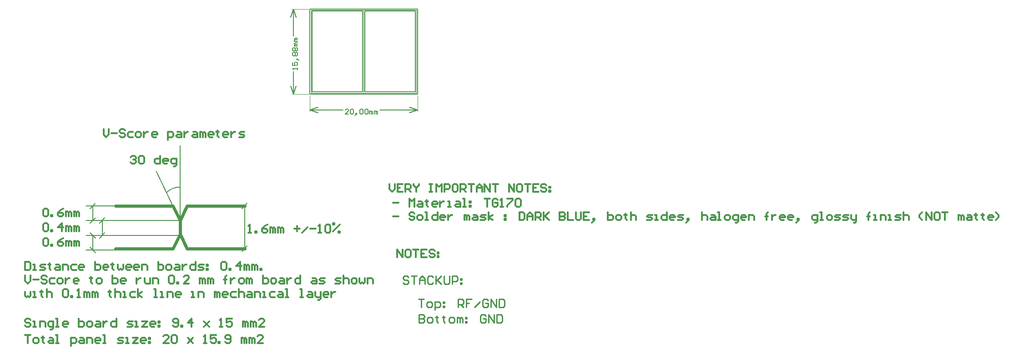
<source format=gm1>
G04 Layer_Color=16711935*
%FSLAX44Y44*%
%MOMM*%
G71*
G01*
G75*
%ADD15C,0.2540*%
%ADD16C,0.2000*%
%ADD18C,0.1500*%
%ADD19C,0.6000*%
%ADD20C,0.1000*%
%ADD21C,0.3000*%
%ADD22C,0.1524*%
D15*
X199000Y-414765D02*
Y-430000D01*
X206618D01*
X209157Y-427461D01*
Y-424922D01*
X206618Y-422383D01*
X199000D01*
X206618D01*
X209157Y-419843D01*
Y-417304D01*
X206618Y-414765D01*
X199000D01*
X216774Y-430000D02*
X221853D01*
X224392Y-427461D01*
Y-422383D01*
X221853Y-419843D01*
X216774D01*
X214235Y-422383D01*
Y-427461D01*
X216774Y-430000D01*
X232009Y-417304D02*
Y-419843D01*
X229470D01*
X234548D01*
X232009D01*
Y-427461D01*
X234548Y-430000D01*
X244705Y-417304D02*
Y-419843D01*
X242166D01*
X247244D01*
X244705D01*
Y-427461D01*
X247244Y-430000D01*
X257401D02*
X262479D01*
X265019Y-427461D01*
Y-422383D01*
X262479Y-419843D01*
X257401D01*
X254862Y-422383D01*
Y-427461D01*
X257401Y-430000D01*
X270097D02*
Y-419843D01*
X272636D01*
X275175Y-422383D01*
Y-430000D01*
Y-422383D01*
X277715Y-419843D01*
X280254Y-422383D01*
Y-430000D01*
X285332Y-419843D02*
X287871D01*
Y-422383D01*
X285332D01*
Y-419843D01*
Y-427461D02*
X287871D01*
Y-430000D01*
X285332D01*
Y-427461D01*
X323420Y-417304D02*
X320881Y-414765D01*
X315802D01*
X313263Y-417304D01*
Y-427461D01*
X315802Y-430000D01*
X320881D01*
X323420Y-427461D01*
Y-422383D01*
X318341D01*
X328498Y-430000D02*
Y-414765D01*
X338655Y-430000D01*
Y-414765D01*
X343733D02*
Y-430000D01*
X351351D01*
X353890Y-427461D01*
Y-417304D01*
X351351Y-414765D01*
X343733D01*
X198250Y-386015D02*
X208407D01*
X203328D01*
Y-401250D01*
X216024D02*
X221103D01*
X223642Y-398711D01*
Y-393633D01*
X221103Y-391093D01*
X216024D01*
X213485Y-393633D01*
Y-398711D01*
X216024Y-401250D01*
X228720Y-406328D02*
Y-391093D01*
X236338D01*
X238877Y-393633D01*
Y-398711D01*
X236338Y-401250D01*
X228720D01*
X243955Y-391093D02*
X246494D01*
Y-393633D01*
X243955D01*
Y-391093D01*
Y-398711D02*
X246494D01*
Y-401250D01*
X243955D01*
Y-398711D01*
X271886Y-401250D02*
Y-386015D01*
X279504D01*
X282043Y-388554D01*
Y-393633D01*
X279504Y-396172D01*
X271886D01*
X276964D02*
X282043Y-401250D01*
X297278Y-386015D02*
X287121D01*
Y-393633D01*
X292199D01*
X287121D01*
Y-401250D01*
X302356D02*
X312513Y-391093D01*
X327748Y-388554D02*
X325209Y-386015D01*
X320131D01*
X317591Y-388554D01*
Y-398711D01*
X320131Y-401250D01*
X325209D01*
X327748Y-398711D01*
Y-393633D01*
X322670D01*
X332826Y-401250D02*
Y-386015D01*
X342983Y-401250D01*
Y-386015D01*
X348061D02*
Y-401250D01*
X355679D01*
X358218Y-398711D01*
Y-388554D01*
X355679Y-386015D01*
X348061D01*
X179157Y-344804D02*
X176618Y-342265D01*
X171539D01*
X169000Y-344804D01*
Y-347343D01*
X171539Y-349883D01*
X176618D01*
X179157Y-352422D01*
Y-354961D01*
X176618Y-357500D01*
X171539D01*
X169000Y-354961D01*
X184235Y-342265D02*
X194392D01*
X189313D01*
Y-357500D01*
X199470D02*
Y-347343D01*
X204548Y-342265D01*
X209627Y-347343D01*
Y-357500D01*
Y-349883D01*
X199470D01*
X224862Y-344804D02*
X222323Y-342265D01*
X217244D01*
X214705Y-344804D01*
Y-354961D01*
X217244Y-357500D01*
X222323D01*
X224862Y-354961D01*
X229940Y-342265D02*
Y-357500D01*
Y-352422D01*
X240097Y-342265D01*
X232479Y-349883D01*
X240097Y-357500D01*
X245175Y-342265D02*
Y-354961D01*
X247715Y-357500D01*
X252793D01*
X255332Y-354961D01*
Y-342265D01*
X260410Y-357500D02*
Y-342265D01*
X268028D01*
X270567Y-344804D01*
Y-349883D01*
X268028Y-352422D01*
X260410D01*
X275646Y-347343D02*
X278185D01*
Y-349883D01*
X275646D01*
Y-347343D01*
Y-354961D02*
X278185D01*
Y-357500D01*
X275646D01*
Y-354961D01*
D16*
X-246000Y-177000D02*
G03*
X-270782Y-187265I0J-35046D01*
G01*
X-245750Y-239500D02*
Y-99500D01*
X-125750Y-292000D02*
Y-212000D01*
X-130750Y-217000D02*
X-120750Y-207000D01*
X-130750Y-297000D02*
X-120750Y-287000D01*
X-390750Y-267000D02*
Y-239500D01*
X-395750Y-244500D02*
X-385750Y-234500D01*
X-395750Y-272000D02*
X-385750Y-262000D01*
X-420750Y-267000D02*
X-245750D01*
X-420750Y-294500D02*
X-365750D01*
X-408250Y-294500D02*
Y-267000D01*
X-413250Y-289500D02*
X-403250Y-299500D01*
X-413250Y-262000D02*
X-403250Y-272000D01*
X-413250Y-244500D02*
X-403250Y-234500D01*
X-413250Y-217000D02*
X-403250Y-207000D01*
X-408250Y-239500D02*
Y-212000D01*
X-420750Y-212000D02*
X-365750D01*
X-420750Y-239500D02*
X-245750D01*
X-290137Y-146606D02*
X-258986Y-212500D01*
X125990Y-33500D02*
X196000D01*
X-4000D02*
X57882D01*
X180760Y-28420D02*
X196000Y-33500D01*
X180760Y-38580D02*
X196000Y-33500D01*
X-4000D02*
X11240Y-38580D01*
X-4000Y-33500D02*
X11240Y-28420D01*
X-34750Y-4000D02*
Y38006D01*
Y104615D02*
Y154750D01*
Y-4000D02*
X-29670Y11240D01*
X-39830D02*
X-34750Y-4000D01*
X-39830Y139510D02*
X-34750Y154750D01*
X-29670Y139510D01*
D18*
X98000Y150750D02*
X192000D01*
Y0D02*
Y150750D01*
X196000Y-4000D02*
Y154750D01*
X-4000Y-4000D02*
Y154750D01*
X196000D01*
X-4000Y-4000D02*
X196000D01*
X98000Y0D02*
X192000D01*
X98000D02*
Y150750D01*
X94000Y0D02*
Y150750D01*
X0D02*
X94000D01*
X0Y0D02*
Y150750D01*
Y0D02*
X94000D01*
D19*
X-232750Y-212000D02*
X-125750D01*
X-245750Y-267000D02*
Y-239500D01*
X-232750Y-292000D02*
X-125750D01*
X-365750D02*
X-258750D01*
X-245750Y-267000D02*
Y-239500D01*
X-365750Y-212000D02*
X-258750D01*
Y-212000D02*
X-245750Y-239500D01*
X-232750Y-212000D01*
X-245750Y-264500D02*
X-232750Y-292000D01*
X-258750D02*
X-245750Y-264500D01*
D20*
X196000Y-36040D02*
Y-6750D01*
X-4000Y-36040D02*
Y-6750D01*
X-37290Y-4000D02*
X-6750D01*
X-37290Y154750D02*
X-6750D01*
X-2000Y-2000D02*
X194000D01*
X-2000D02*
Y152750D01*
X194000Y-2000D02*
Y152750D01*
X96000Y-2000D02*
Y152750D01*
X-2000Y152750D02*
X194000D01*
D21*
X-534000Y-316692D02*
Y-331687D01*
X-526502D01*
X-524003Y-329188D01*
Y-319191D01*
X-526502Y-316692D01*
X-534000D01*
X-519005Y-331687D02*
X-514007D01*
X-516506D01*
Y-321690D01*
X-519005D01*
X-506509Y-331687D02*
X-499011D01*
X-496512Y-329188D01*
X-499011Y-326689D01*
X-504010D01*
X-506509Y-324189D01*
X-504010Y-321690D01*
X-496512D01*
X-489015Y-319191D02*
Y-321690D01*
X-491514D01*
X-486515D01*
X-489015D01*
Y-329188D01*
X-486515Y-331687D01*
X-476519Y-321690D02*
X-471520D01*
X-469021Y-324189D01*
Y-331687D01*
X-476519D01*
X-479018Y-329188D01*
X-476519Y-326689D01*
X-469021D01*
X-464023Y-331687D02*
Y-321690D01*
X-456525D01*
X-454026Y-324189D01*
Y-331687D01*
X-439031Y-321690D02*
X-446528D01*
X-449027Y-324189D01*
Y-329188D01*
X-446528Y-331687D01*
X-439031D01*
X-426535D02*
X-431533D01*
X-434032Y-329188D01*
Y-324189D01*
X-431533Y-321690D01*
X-426535D01*
X-424036Y-324189D01*
Y-326689D01*
X-434032D01*
X-404042Y-316692D02*
Y-331687D01*
X-396544D01*
X-394045Y-329188D01*
Y-326689D01*
Y-324189D01*
X-396544Y-321690D01*
X-404042D01*
X-381549Y-331687D02*
X-386548D01*
X-389047Y-329188D01*
Y-324189D01*
X-386548Y-321690D01*
X-381549D01*
X-379050Y-324189D01*
Y-326689D01*
X-389047D01*
X-371553Y-319191D02*
Y-321690D01*
X-374052D01*
X-369053D01*
X-371553D01*
Y-329188D01*
X-369053Y-331687D01*
X-361556Y-321690D02*
Y-329188D01*
X-359057Y-331687D01*
X-356557Y-329188D01*
X-354058Y-331687D01*
X-351559Y-329188D01*
Y-321690D01*
X-339063Y-331687D02*
X-344062D01*
X-346561Y-329188D01*
Y-324189D01*
X-344062Y-321690D01*
X-339063D01*
X-336564Y-324189D01*
Y-326689D01*
X-346561D01*
X-324068Y-331687D02*
X-329066D01*
X-331566Y-329188D01*
Y-324189D01*
X-329066Y-321690D01*
X-324068D01*
X-321569Y-324189D01*
Y-326689D01*
X-331566D01*
X-316570Y-331687D02*
Y-321690D01*
X-309073D01*
X-306574Y-324189D01*
Y-331687D01*
X-286580Y-316692D02*
Y-331687D01*
X-279083D01*
X-276583Y-329188D01*
Y-326689D01*
Y-324189D01*
X-279083Y-321690D01*
X-286580D01*
X-269086Y-331687D02*
X-264087D01*
X-261588Y-329188D01*
Y-324189D01*
X-264087Y-321690D01*
X-269086D01*
X-271585Y-324189D01*
Y-329188D01*
X-269086Y-331687D01*
X-254091Y-321690D02*
X-249092D01*
X-246593Y-324189D01*
Y-331687D01*
X-254091D01*
X-256590Y-329188D01*
X-254091Y-326689D01*
X-246593D01*
X-241595Y-321690D02*
Y-331687D01*
Y-326689D01*
X-239095Y-324189D01*
X-236596Y-321690D01*
X-234097D01*
X-216603Y-316692D02*
Y-331687D01*
X-224100D01*
X-226600Y-329188D01*
Y-324189D01*
X-224100Y-321690D01*
X-216603D01*
X-211604Y-331687D02*
X-204107D01*
X-201608Y-329188D01*
X-204107Y-326689D01*
X-209105D01*
X-211604Y-324189D01*
X-209105Y-321690D01*
X-201608D01*
X-196609D02*
X-194110D01*
Y-324189D01*
X-196609D01*
Y-321690D01*
Y-329188D02*
X-194110D01*
Y-331687D01*
X-196609D01*
Y-329188D01*
X-169118Y-319191D02*
X-166619Y-316692D01*
X-161621D01*
X-159121Y-319191D01*
Y-329188D01*
X-161621Y-331687D01*
X-166619D01*
X-169118Y-329188D01*
Y-319191D01*
X-154123Y-331687D02*
Y-329188D01*
X-151624D01*
Y-331687D01*
X-154123D01*
X-134129D02*
Y-316692D01*
X-141627Y-324189D01*
X-131630D01*
X-126632Y-331687D02*
Y-321690D01*
X-124133D01*
X-121634Y-324189D01*
Y-331687D01*
Y-324189D01*
X-119134Y-321690D01*
X-116635Y-324189D01*
Y-331687D01*
X-111637D02*
Y-321690D01*
X-109138D01*
X-106638Y-324189D01*
Y-331687D01*
Y-324189D01*
X-104139Y-321690D01*
X-101640Y-324189D01*
Y-331687D01*
X-96642D02*
Y-329188D01*
X-94142D01*
Y-331687D01*
X-96642D01*
X-534000Y-341886D02*
Y-351883D01*
X-529002Y-356881D01*
X-524003Y-351883D01*
Y-341886D01*
X-519005Y-349384D02*
X-509008D01*
X-494013Y-344385D02*
X-496512Y-341886D01*
X-501511D01*
X-504010Y-344385D01*
Y-346884D01*
X-501511Y-349384D01*
X-496512D01*
X-494013Y-351883D01*
Y-354382D01*
X-496512Y-356881D01*
X-501511D01*
X-504010Y-354382D01*
X-479018Y-346884D02*
X-486515D01*
X-489015Y-349384D01*
Y-354382D01*
X-486515Y-356881D01*
X-479018D01*
X-471520D02*
X-466522D01*
X-464023Y-354382D01*
Y-349384D01*
X-466522Y-346884D01*
X-471520D01*
X-474019Y-349384D01*
Y-354382D01*
X-471520Y-356881D01*
X-459024Y-346884D02*
Y-356881D01*
Y-351883D01*
X-456525Y-349384D01*
X-454026Y-346884D01*
X-451527D01*
X-436532Y-356881D02*
X-441530D01*
X-444029Y-354382D01*
Y-349384D01*
X-441530Y-346884D01*
X-436532D01*
X-434032Y-349384D01*
Y-351883D01*
X-444029D01*
X-411540Y-344385D02*
Y-346884D01*
X-414039D01*
X-409040D01*
X-411540D01*
Y-354382D01*
X-409040Y-356881D01*
X-399044D02*
X-394045D01*
X-391546Y-354382D01*
Y-349384D01*
X-394045Y-346884D01*
X-399044D01*
X-401543Y-349384D01*
Y-354382D01*
X-399044Y-356881D01*
X-371553Y-341886D02*
Y-356881D01*
X-364055D01*
X-361556Y-354382D01*
Y-351883D01*
Y-349384D01*
X-364055Y-346884D01*
X-371553D01*
X-349060Y-356881D02*
X-354058D01*
X-356558Y-354382D01*
Y-349384D01*
X-354058Y-346884D01*
X-349060D01*
X-346561Y-349384D01*
Y-351883D01*
X-356558D01*
X-326567Y-346884D02*
Y-356881D01*
Y-351883D01*
X-324068Y-349384D01*
X-321569Y-346884D01*
X-319070D01*
X-311572D02*
Y-354382D01*
X-309073Y-356881D01*
X-301575D01*
Y-346884D01*
X-296577Y-356881D02*
Y-346884D01*
X-289079D01*
X-286580Y-349384D01*
Y-356881D01*
X-266587Y-344385D02*
X-264087Y-341886D01*
X-259089D01*
X-256590Y-344385D01*
Y-354382D01*
X-259089Y-356881D01*
X-264087D01*
X-266587Y-354382D01*
Y-344385D01*
X-251591Y-356881D02*
Y-354382D01*
X-249092D01*
Y-356881D01*
X-251591D01*
X-229099D02*
X-239095D01*
X-229099Y-346884D01*
Y-344385D01*
X-231598Y-341886D01*
X-236596D01*
X-239095Y-344385D01*
X-209105Y-356881D02*
Y-346884D01*
X-206606D01*
X-204107Y-349384D01*
Y-356881D01*
Y-349384D01*
X-201608Y-346884D01*
X-199108Y-349384D01*
Y-356881D01*
X-194110D02*
Y-346884D01*
X-191611D01*
X-189112Y-349384D01*
Y-356881D01*
Y-349384D01*
X-186612Y-346884D01*
X-184113Y-349384D01*
Y-356881D01*
X-161621D02*
Y-344385D01*
Y-349384D01*
X-164120D01*
X-159121D01*
X-161621D01*
Y-344385D01*
X-159121Y-341886D01*
X-151624Y-346884D02*
Y-356881D01*
Y-351883D01*
X-149125Y-349384D01*
X-146625Y-346884D01*
X-144126D01*
X-134129Y-356881D02*
X-129131D01*
X-126632Y-354382D01*
Y-349384D01*
X-129131Y-346884D01*
X-134129D01*
X-136629Y-349384D01*
Y-354382D01*
X-134129Y-356881D01*
X-121634D02*
Y-346884D01*
X-119134D01*
X-116635Y-349384D01*
Y-356881D01*
Y-349384D01*
X-114136Y-346884D01*
X-111637Y-349384D01*
Y-356881D01*
X-91643Y-341886D02*
Y-356881D01*
X-84146D01*
X-81646Y-354382D01*
Y-351883D01*
Y-349384D01*
X-84146Y-346884D01*
X-91643D01*
X-74149Y-356881D02*
X-69151D01*
X-66651Y-354382D01*
Y-349384D01*
X-69151Y-346884D01*
X-74149D01*
X-76648Y-349384D01*
Y-354382D01*
X-74149Y-356881D01*
X-59154Y-346884D02*
X-54155D01*
X-51656Y-349384D01*
Y-356881D01*
X-59154D01*
X-61653Y-354382D01*
X-59154Y-351883D01*
X-51656D01*
X-46658Y-346884D02*
Y-356881D01*
Y-351883D01*
X-44159Y-349384D01*
X-41659Y-346884D01*
X-39160D01*
X-21666Y-341886D02*
Y-356881D01*
X-29163D01*
X-31663Y-354382D01*
Y-349384D01*
X-29163Y-346884D01*
X-21666D01*
X827D02*
X5825D01*
X8324Y-349384D01*
Y-356881D01*
X827D01*
X-1672Y-354382D01*
X827Y-351883D01*
X8324D01*
X13323Y-356881D02*
X20820D01*
X23319Y-354382D01*
X20820Y-351883D01*
X15822D01*
X13323Y-349384D01*
X15822Y-346884D01*
X23319D01*
X43313Y-356881D02*
X50811D01*
X53310Y-354382D01*
X50811Y-351883D01*
X45812D01*
X43313Y-349384D01*
X45812Y-346884D01*
X53310D01*
X58308Y-341886D02*
Y-356881D01*
Y-349384D01*
X60807Y-346884D01*
X65806D01*
X68305Y-349384D01*
Y-356881D01*
X75802D02*
X80801D01*
X83300Y-354382D01*
Y-349384D01*
X80801Y-346884D01*
X75802D01*
X73303Y-349384D01*
Y-354382D01*
X75802Y-356881D01*
X88299Y-346884D02*
Y-354382D01*
X90798Y-356881D01*
X93297Y-354382D01*
X95796Y-356881D01*
X98295Y-354382D01*
Y-346884D01*
X103294Y-356881D02*
Y-346884D01*
X110791D01*
X113290Y-349384D01*
Y-356881D01*
X-534000Y-372079D02*
Y-379576D01*
X-531501Y-382075D01*
X-529002Y-379576D01*
X-526502Y-382075D01*
X-524003Y-379576D01*
Y-372079D01*
X-519005Y-382075D02*
X-514007D01*
X-516506D01*
Y-372079D01*
X-519005D01*
X-504010Y-369579D02*
Y-372079D01*
X-506509D01*
X-501511D01*
X-504010D01*
Y-379576D01*
X-501511Y-382075D01*
X-494013Y-367080D02*
Y-382075D01*
Y-374578D01*
X-491514Y-372079D01*
X-486515D01*
X-484016Y-374578D01*
Y-382075D01*
X-464023Y-369579D02*
X-461524Y-367080D01*
X-456525D01*
X-454026Y-369579D01*
Y-379576D01*
X-456525Y-382075D01*
X-461524D01*
X-464023Y-379576D01*
Y-369579D01*
X-449027Y-382075D02*
Y-379576D01*
X-446528D01*
Y-382075D01*
X-449027D01*
X-436531D02*
X-431533D01*
X-434032D01*
Y-367080D01*
X-436531Y-369579D01*
X-424036Y-382075D02*
Y-372079D01*
X-421536D01*
X-419037Y-374578D01*
Y-382075D01*
Y-374578D01*
X-416538Y-372079D01*
X-414039Y-374578D01*
Y-382075D01*
X-409040D02*
Y-372079D01*
X-406541D01*
X-404042Y-374578D01*
Y-382075D01*
Y-374578D01*
X-401543Y-372079D01*
X-399044Y-374578D01*
Y-382075D01*
X-376551Y-369579D02*
Y-372079D01*
X-379050D01*
X-374052D01*
X-376551D01*
Y-379576D01*
X-374052Y-382075D01*
X-366554Y-367080D02*
Y-382075D01*
Y-374578D01*
X-364055Y-372079D01*
X-359057D01*
X-356557Y-374578D01*
Y-382075D01*
X-351559D02*
X-346561D01*
X-349060D01*
Y-372079D01*
X-351559D01*
X-329066D02*
X-336564D01*
X-339063Y-374578D01*
Y-379576D01*
X-336564Y-382075D01*
X-329066D01*
X-324068D02*
Y-367080D01*
Y-377077D02*
X-316570Y-372079D01*
X-324068Y-377077D02*
X-316570Y-382075D01*
X-294078D02*
X-289079D01*
X-291579D01*
Y-367080D01*
X-294078D01*
X-281582Y-382075D02*
X-276583D01*
X-279083D01*
Y-372079D01*
X-281582D01*
X-269086Y-382075D02*
Y-372079D01*
X-261588D01*
X-259089Y-374578D01*
Y-382075D01*
X-246593D02*
X-251591D01*
X-254091Y-379576D01*
Y-374578D01*
X-251591Y-372079D01*
X-246593D01*
X-244094Y-374578D01*
Y-377077D01*
X-254091D01*
X-224100Y-382075D02*
X-219102D01*
X-221601D01*
Y-372079D01*
X-224100D01*
X-211604Y-382075D02*
Y-372079D01*
X-204107D01*
X-201608Y-374578D01*
Y-382075D01*
X-181614D02*
Y-372079D01*
X-179115D01*
X-176616Y-374578D01*
Y-382075D01*
Y-374578D01*
X-174116Y-372079D01*
X-171617Y-374578D01*
Y-382075D01*
X-159121D02*
X-164120D01*
X-166619Y-379576D01*
Y-374578D01*
X-164120Y-372079D01*
X-159121D01*
X-156622Y-374578D01*
Y-377077D01*
X-166619D01*
X-141627Y-372079D02*
X-149125D01*
X-151624Y-374578D01*
Y-379576D01*
X-149125Y-382075D01*
X-141627D01*
X-136629Y-367080D02*
Y-382075D01*
Y-374578D01*
X-134129Y-372079D01*
X-129131D01*
X-126632Y-374578D01*
Y-382075D01*
X-119134Y-372079D02*
X-114136D01*
X-111637Y-374578D01*
Y-382075D01*
X-119134D01*
X-121634Y-379576D01*
X-119134Y-377077D01*
X-111637D01*
X-106638Y-382075D02*
Y-372079D01*
X-99141D01*
X-96642Y-374578D01*
Y-382075D01*
X-91643D02*
X-86645D01*
X-89144D01*
Y-372079D01*
X-91643D01*
X-69151D02*
X-76648D01*
X-79147Y-374578D01*
Y-379576D01*
X-76648Y-382075D01*
X-69151D01*
X-61653Y-372079D02*
X-56655D01*
X-54155Y-374578D01*
Y-382075D01*
X-61653D01*
X-64152Y-379576D01*
X-61653Y-377077D01*
X-54155D01*
X-49157Y-382075D02*
X-44159D01*
X-46658D01*
Y-367080D01*
X-49157D01*
X-21666Y-382075D02*
X-16667D01*
X-19167D01*
Y-367080D01*
X-21666D01*
X-6671Y-372079D02*
X-1672D01*
X827Y-374578D01*
Y-382075D01*
X-6671D01*
X-9170Y-379576D01*
X-6671Y-377077D01*
X827D01*
X5825Y-372079D02*
Y-379576D01*
X8324Y-382075D01*
X15822D01*
Y-384575D01*
X13323Y-387074D01*
X10824D01*
X15822Y-382075D02*
Y-372079D01*
X28318Y-382075D02*
X23320D01*
X20820Y-379576D01*
Y-374578D01*
X23320Y-372079D01*
X28318D01*
X30817Y-374578D01*
Y-377077D01*
X20820D01*
X35816Y-372079D02*
Y-382075D01*
Y-377077D01*
X38315Y-374578D01*
X40814Y-372079D01*
X43313D01*
X-524003Y-424966D02*
X-526502Y-422467D01*
X-531501D01*
X-534000Y-424966D01*
Y-427465D01*
X-531501Y-429964D01*
X-526502D01*
X-524003Y-432464D01*
Y-434963D01*
X-526502Y-437462D01*
X-531501D01*
X-534000Y-434963D01*
X-519005Y-437462D02*
X-514007D01*
X-516506D01*
Y-427465D01*
X-519005D01*
X-506509Y-437462D02*
Y-427465D01*
X-499011D01*
X-496512Y-429964D01*
Y-437462D01*
X-486515Y-442460D02*
X-484016D01*
X-481517Y-439961D01*
Y-427465D01*
X-489015D01*
X-491514Y-429964D01*
Y-434963D01*
X-489015Y-437462D01*
X-481517D01*
X-476519D02*
X-471520D01*
X-474019D01*
Y-422467D01*
X-476519D01*
X-456525Y-437462D02*
X-461524D01*
X-464023Y-434963D01*
Y-429964D01*
X-461524Y-427465D01*
X-456525D01*
X-454026Y-429964D01*
Y-432464D01*
X-464023D01*
X-434032Y-422467D02*
Y-437462D01*
X-426535D01*
X-424036Y-434963D01*
Y-432464D01*
Y-429964D01*
X-426535Y-427465D01*
X-434032D01*
X-416538Y-437462D02*
X-411540D01*
X-409040Y-434963D01*
Y-429964D01*
X-411540Y-427465D01*
X-416538D01*
X-419037Y-429964D01*
Y-434963D01*
X-416538Y-437462D01*
X-401543Y-427465D02*
X-396544D01*
X-394045Y-429964D01*
Y-437462D01*
X-401543D01*
X-404042Y-434963D01*
X-401543Y-432464D01*
X-394045D01*
X-389047Y-427465D02*
Y-437462D01*
Y-432464D01*
X-386548Y-429964D01*
X-384049Y-427465D01*
X-381549D01*
X-364055Y-422467D02*
Y-437462D01*
X-371553D01*
X-374052Y-434963D01*
Y-429964D01*
X-371553Y-427465D01*
X-364055D01*
X-344062Y-437462D02*
X-336564D01*
X-334065Y-434963D01*
X-336564Y-432464D01*
X-341562D01*
X-344062Y-429964D01*
X-341562Y-427465D01*
X-334065D01*
X-329066Y-437462D02*
X-324068D01*
X-326567D01*
Y-427465D01*
X-329066D01*
X-316570D02*
X-306574D01*
X-316570Y-437462D01*
X-306574D01*
X-294078D02*
X-299076D01*
X-301575Y-434963D01*
Y-429964D01*
X-299076Y-427465D01*
X-294078D01*
X-291579Y-429964D01*
Y-432464D01*
X-301575D01*
X-286580Y-427465D02*
X-284081D01*
Y-429964D01*
X-286580D01*
Y-427465D01*
Y-434963D02*
X-284081D01*
Y-437462D01*
X-286580D01*
Y-434963D01*
X-259089D02*
X-256590Y-437462D01*
X-251591D01*
X-249092Y-434963D01*
Y-424966D01*
X-251591Y-422467D01*
X-256590D01*
X-259089Y-424966D01*
Y-427465D01*
X-256590Y-429964D01*
X-249092D01*
X-244094Y-437462D02*
Y-434963D01*
X-241595D01*
Y-437462D01*
X-244094D01*
X-224100D02*
Y-422467D01*
X-231598Y-429964D01*
X-221601D01*
X-201608Y-427465D02*
X-191611Y-437462D01*
X-196609Y-432464D01*
X-191611Y-427465D01*
X-201608Y-437462D01*
X-171617D02*
X-166619D01*
X-169118D01*
Y-422467D01*
X-171617Y-424966D01*
X-149125Y-422467D02*
X-159121D01*
Y-429964D01*
X-154123Y-427465D01*
X-151624D01*
X-149125Y-429964D01*
Y-434963D01*
X-151624Y-437462D01*
X-156622D01*
X-159121Y-434963D01*
X-129131Y-437462D02*
Y-427465D01*
X-126632D01*
X-124133Y-429964D01*
Y-437462D01*
Y-429964D01*
X-121634Y-427465D01*
X-119134Y-429964D01*
Y-437462D01*
X-114136D02*
Y-427465D01*
X-111637D01*
X-109137Y-429964D01*
Y-437462D01*
Y-429964D01*
X-106638Y-427465D01*
X-104139Y-429964D01*
Y-437462D01*
X-89144D02*
X-99141D01*
X-89144Y-427465D01*
Y-424966D01*
X-91643Y-422467D01*
X-96642D01*
X-99141Y-424966D01*
X-534000Y-452659D02*
X-524003D01*
X-529002D01*
Y-467654D01*
X-516506D02*
X-511507D01*
X-509008Y-465155D01*
Y-460157D01*
X-511507Y-457658D01*
X-516506D01*
X-519005Y-460157D01*
Y-465155D01*
X-516506Y-467654D01*
X-501511Y-455159D02*
Y-457658D01*
X-504010D01*
X-499011D01*
X-501511D01*
Y-465155D01*
X-499011Y-467654D01*
X-489015Y-457658D02*
X-484016D01*
X-481517Y-460157D01*
Y-467654D01*
X-489015D01*
X-491514Y-465155D01*
X-489015Y-462656D01*
X-481517D01*
X-476519Y-467654D02*
X-471520D01*
X-474019D01*
Y-452659D01*
X-476519D01*
X-449027Y-472653D02*
Y-457658D01*
X-441530D01*
X-439031Y-460157D01*
Y-465155D01*
X-441530Y-467654D01*
X-449027D01*
X-431533Y-457658D02*
X-426535D01*
X-424036Y-460157D01*
Y-467654D01*
X-431533D01*
X-434032Y-465155D01*
X-431533Y-462656D01*
X-424036D01*
X-419037Y-467654D02*
Y-457658D01*
X-411540D01*
X-409040Y-460157D01*
Y-467654D01*
X-396544D02*
X-401543D01*
X-404042Y-465155D01*
Y-460157D01*
X-401543Y-457658D01*
X-396544D01*
X-394045Y-460157D01*
Y-462656D01*
X-404042D01*
X-389047Y-467654D02*
X-384049D01*
X-386548D01*
Y-452659D01*
X-389047D01*
X-361556Y-467654D02*
X-354058D01*
X-351559Y-465155D01*
X-354058Y-462656D01*
X-359057D01*
X-361556Y-460157D01*
X-359057Y-457658D01*
X-351559D01*
X-346561Y-467654D02*
X-341562D01*
X-344062D01*
Y-457658D01*
X-346561D01*
X-334065D02*
X-324068D01*
X-334065Y-467654D01*
X-324068D01*
X-311572D02*
X-316570D01*
X-319070Y-465155D01*
Y-460157D01*
X-316570Y-457658D01*
X-311572D01*
X-309073Y-460157D01*
Y-462656D01*
X-319070D01*
X-304074Y-457658D02*
X-301575D01*
Y-460157D01*
X-304074D01*
Y-457658D01*
Y-465155D02*
X-301575D01*
Y-467654D01*
X-304074D01*
Y-465155D01*
X-266587Y-467654D02*
X-276583D01*
X-266587Y-457658D01*
Y-455159D01*
X-269086Y-452659D01*
X-274084D01*
X-276583Y-455159D01*
X-261588D02*
X-259089Y-452659D01*
X-254091D01*
X-251591Y-455159D01*
Y-465155D01*
X-254091Y-467654D01*
X-259089D01*
X-261588Y-465155D01*
Y-455159D01*
X-231598Y-457658D02*
X-221601Y-467654D01*
X-226600Y-462656D01*
X-221601Y-457658D01*
X-231598Y-467654D01*
X-201608D02*
X-196609D01*
X-199108D01*
Y-452659D01*
X-201608Y-455159D01*
X-179115Y-452659D02*
X-189112D01*
Y-460157D01*
X-184113Y-457658D01*
X-181614D01*
X-179115Y-460157D01*
Y-465155D01*
X-181614Y-467654D01*
X-186612D01*
X-189112Y-465155D01*
X-174116Y-467654D02*
Y-465155D01*
X-171617D01*
Y-467654D01*
X-174116D01*
X-161621Y-465155D02*
X-159121Y-467654D01*
X-154123D01*
X-151624Y-465155D01*
Y-455159D01*
X-154123Y-452659D01*
X-159121D01*
X-161621Y-455159D01*
Y-457658D01*
X-159121Y-460157D01*
X-151624D01*
X-131630Y-467654D02*
Y-457658D01*
X-129131D01*
X-126632Y-460157D01*
Y-467654D01*
Y-460157D01*
X-124133Y-457658D01*
X-121634Y-460157D01*
Y-467654D01*
X-116635D02*
Y-457658D01*
X-114136D01*
X-111637Y-460157D01*
Y-467654D01*
Y-460157D01*
X-109137Y-457658D01*
X-106638Y-460157D01*
Y-467654D01*
X-91643D02*
X-101640D01*
X-91643Y-457658D01*
Y-455159D01*
X-94142Y-452659D01*
X-99141D01*
X-101640Y-455159D01*
X150750Y-206060D02*
X160747D01*
X180740Y-213557D02*
Y-198562D01*
X185739Y-203561D01*
X190737Y-198562D01*
Y-213557D01*
X198235Y-203561D02*
X203233D01*
X205732Y-206060D01*
Y-213557D01*
X198235D01*
X195735Y-211058D01*
X198235Y-208559D01*
X205732D01*
X213230Y-201061D02*
Y-203561D01*
X210731D01*
X215729D01*
X213230D01*
Y-211058D01*
X215729Y-213557D01*
X230724D02*
X225726D01*
X223227Y-211058D01*
Y-206060D01*
X225726Y-203561D01*
X230724D01*
X233223Y-206060D01*
Y-208559D01*
X223227D01*
X238222Y-203561D02*
Y-213557D01*
Y-208559D01*
X240721Y-206060D01*
X243220Y-203561D01*
X245719D01*
X253217Y-213557D02*
X258215D01*
X255716D01*
Y-203561D01*
X253217D01*
X268212D02*
X273210D01*
X275709Y-206060D01*
Y-213557D01*
X268212D01*
X265713Y-211058D01*
X268212Y-208559D01*
X275709D01*
X280708Y-213557D02*
X285706D01*
X283207D01*
Y-198562D01*
X280708D01*
X293204Y-203561D02*
X295703D01*
Y-206060D01*
X293204D01*
Y-203561D01*
Y-211058D02*
X295703D01*
Y-213557D01*
X293204D01*
Y-211058D01*
X320695Y-198562D02*
X330692D01*
X325693D01*
Y-213557D01*
X345687Y-201061D02*
X343188Y-198562D01*
X338189D01*
X335690Y-201061D01*
Y-211058D01*
X338189Y-213557D01*
X343188D01*
X345687Y-211058D01*
Y-206060D01*
X340689D01*
X350685Y-213557D02*
X355684D01*
X353185D01*
Y-198562D01*
X350685Y-201061D01*
X363181Y-198562D02*
X373178D01*
Y-201061D01*
X363181Y-211058D01*
Y-213557D01*
X378176Y-201061D02*
X380676Y-198562D01*
X385674D01*
X388173Y-201061D01*
Y-211058D01*
X385674Y-213557D01*
X380676D01*
X378176Y-211058D01*
Y-201061D01*
X150750Y-231254D02*
X160747D01*
X190737Y-226256D02*
X188238Y-223757D01*
X183239D01*
X180740Y-226256D01*
Y-228755D01*
X183239Y-231254D01*
X188238D01*
X190737Y-233753D01*
Y-236252D01*
X188238Y-238752D01*
X183239D01*
X180740Y-236252D01*
X198235Y-238752D02*
X203233D01*
X205732Y-236252D01*
Y-231254D01*
X203233Y-228755D01*
X198235D01*
X195735Y-231254D01*
Y-236252D01*
X198235Y-238752D01*
X210731D02*
X215729D01*
X213230D01*
Y-223757D01*
X210731D01*
X233223D02*
Y-238752D01*
X225726D01*
X223227Y-236252D01*
Y-231254D01*
X225726Y-228755D01*
X233223D01*
X245719Y-238752D02*
X240721D01*
X238222Y-236252D01*
Y-231254D01*
X240721Y-228755D01*
X245719D01*
X248218Y-231254D01*
Y-233753D01*
X238222D01*
X253217Y-228755D02*
Y-238752D01*
Y-233753D01*
X255716Y-231254D01*
X258215Y-228755D01*
X260714D01*
X283207Y-238752D02*
Y-228755D01*
X285706D01*
X288206Y-231254D01*
Y-238752D01*
Y-231254D01*
X290705Y-228755D01*
X293204Y-231254D01*
Y-238752D01*
X300701Y-228755D02*
X305700D01*
X308199Y-231254D01*
Y-238752D01*
X300701D01*
X298202Y-236252D01*
X300701Y-233753D01*
X308199D01*
X313197Y-238752D02*
X320695D01*
X323194Y-236252D01*
X320695Y-233753D01*
X315697D01*
X313197Y-231254D01*
X315697Y-228755D01*
X323194D01*
X328192Y-238752D02*
Y-223757D01*
Y-233753D02*
X335690Y-228755D01*
X328192Y-233753D02*
X335690Y-238752D01*
X358183Y-228755D02*
X360682D01*
Y-231254D01*
X358183D01*
Y-228755D01*
Y-236252D02*
X360682D01*
Y-238752D01*
X358183D01*
Y-236252D01*
X385674Y-223757D02*
Y-238752D01*
X393172D01*
X395671Y-236252D01*
Y-226256D01*
X393172Y-223757D01*
X385674D01*
X400669Y-238752D02*
Y-228755D01*
X405667Y-223757D01*
X410666Y-228755D01*
Y-238752D01*
Y-231254D01*
X400669D01*
X415664Y-238752D02*
Y-223757D01*
X423162D01*
X425661Y-226256D01*
Y-231254D01*
X423162Y-233753D01*
X415664D01*
X420663D02*
X425661Y-238752D01*
X430659Y-223757D02*
Y-238752D01*
Y-233753D01*
X440656Y-223757D01*
X433158Y-231254D01*
X440656Y-238752D01*
X460650Y-223757D02*
Y-238752D01*
X468147D01*
X470646Y-236252D01*
Y-233753D01*
X468147Y-231254D01*
X460650D01*
X468147D01*
X470646Y-228755D01*
Y-226256D01*
X468147Y-223757D01*
X460650D01*
X475645D02*
Y-238752D01*
X485642D01*
X490640Y-223757D02*
Y-236252D01*
X493139Y-238752D01*
X498138D01*
X500637Y-236252D01*
Y-223757D01*
X515632D02*
X505635D01*
Y-238752D01*
X515632D01*
X505635Y-231254D02*
X510634D01*
X523129Y-241251D02*
X525629Y-238752D01*
Y-236252D01*
X523129D01*
Y-238752D01*
X525629D01*
X523129Y-241251D01*
X520630Y-243750D01*
X550620Y-223757D02*
Y-238752D01*
X558118D01*
X560617Y-236252D01*
Y-233753D01*
Y-231254D01*
X558118Y-228755D01*
X550620D01*
X568115Y-238752D02*
X573113D01*
X575612Y-236252D01*
Y-231254D01*
X573113Y-228755D01*
X568115D01*
X565616Y-231254D01*
Y-236252D01*
X568115Y-238752D01*
X583110Y-226256D02*
Y-228755D01*
X580611D01*
X585609D01*
X583110D01*
Y-236252D01*
X585609Y-238752D01*
X593107Y-223757D02*
Y-238752D01*
Y-231254D01*
X595606Y-228755D01*
X600604D01*
X603103Y-231254D01*
Y-238752D01*
X623097D02*
X630595D01*
X633094Y-236252D01*
X630595Y-233753D01*
X625596D01*
X623097Y-231254D01*
X625596Y-228755D01*
X633094D01*
X638092Y-238752D02*
X643091D01*
X640591D01*
Y-228755D01*
X638092D01*
X660585Y-223757D02*
Y-238752D01*
X653087D01*
X650588Y-236252D01*
Y-231254D01*
X653087Y-228755D01*
X660585D01*
X673081Y-238752D02*
X668083D01*
X665583Y-236252D01*
Y-231254D01*
X668083Y-228755D01*
X673081D01*
X675580Y-231254D01*
Y-233753D01*
X665583D01*
X680578Y-238752D02*
X688076D01*
X690575Y-236252D01*
X688076Y-233753D01*
X683078D01*
X680578Y-231254D01*
X683078Y-228755D01*
X690575D01*
X698073Y-241251D02*
X700572Y-238752D01*
Y-236252D01*
X698073D01*
Y-238752D01*
X700572D01*
X698073Y-241251D01*
X695574Y-243750D01*
X725564Y-223757D02*
Y-238752D01*
Y-231254D01*
X728063Y-228755D01*
X733061D01*
X735561Y-231254D01*
Y-238752D01*
X743058Y-228755D02*
X748057D01*
X750556Y-231254D01*
Y-238752D01*
X743058D01*
X740559Y-236252D01*
X743058Y-233753D01*
X750556D01*
X755554Y-238752D02*
X760553D01*
X758053D01*
Y-223757D01*
X755554D01*
X770549Y-238752D02*
X775548D01*
X778047Y-236252D01*
Y-231254D01*
X775548Y-228755D01*
X770549D01*
X768050Y-231254D01*
Y-236252D01*
X770549Y-238752D01*
X788044Y-243750D02*
X790543D01*
X793042Y-241251D01*
Y-228755D01*
X785545D01*
X783045Y-231254D01*
Y-236252D01*
X785545Y-238752D01*
X793042D01*
X805538D02*
X800540D01*
X798040Y-236252D01*
Y-231254D01*
X800540Y-228755D01*
X805538D01*
X808037Y-231254D01*
Y-233753D01*
X798040D01*
X813036Y-238752D02*
Y-228755D01*
X820533D01*
X823032Y-231254D01*
Y-238752D01*
X845525D02*
Y-226256D01*
Y-231254D01*
X843026D01*
X848024D01*
X845525D01*
Y-226256D01*
X848024Y-223757D01*
X855522Y-228755D02*
Y-238752D01*
Y-233753D01*
X858021Y-231254D01*
X860520Y-228755D01*
X863019D01*
X878015Y-238752D02*
X873016D01*
X870517Y-236252D01*
Y-231254D01*
X873016Y-228755D01*
X878015D01*
X880514Y-231254D01*
Y-233753D01*
X870517D01*
X893010Y-238752D02*
X888011D01*
X885512Y-236252D01*
Y-231254D01*
X888011Y-228755D01*
X893010D01*
X895509Y-231254D01*
Y-233753D01*
X885512D01*
X903006Y-241251D02*
X905506Y-238752D01*
Y-236252D01*
X903006D01*
Y-238752D01*
X905506D01*
X903006Y-241251D01*
X900507Y-243750D01*
X935496D02*
X937995D01*
X940494Y-241251D01*
Y-228755D01*
X932997D01*
X930498Y-231254D01*
Y-236252D01*
X932997Y-238752D01*
X940494D01*
X945493D02*
X950491D01*
X947992D01*
Y-223757D01*
X945493D01*
X960488Y-238752D02*
X965486D01*
X967985Y-236252D01*
Y-231254D01*
X965486Y-228755D01*
X960488D01*
X957989Y-231254D01*
Y-236252D01*
X960488Y-238752D01*
X972984D02*
X980481D01*
X982980Y-236252D01*
X980481Y-233753D01*
X975483D01*
X972984Y-231254D01*
X975483Y-228755D01*
X982980D01*
X987979Y-238752D02*
X995477D01*
X997976Y-236252D01*
X995477Y-233753D01*
X990478D01*
X987979Y-231254D01*
X990478Y-228755D01*
X997976D01*
X1002974D02*
Y-236252D01*
X1005473Y-238752D01*
X1012971D01*
Y-241251D01*
X1010472Y-243750D01*
X1007972D01*
X1012971Y-238752D02*
Y-228755D01*
X1035463Y-238752D02*
Y-226256D01*
Y-231254D01*
X1032964D01*
X1037963D01*
X1035463D01*
Y-226256D01*
X1037963Y-223757D01*
X1045460Y-238752D02*
X1050459D01*
X1047960D01*
Y-228755D01*
X1045460D01*
X1057956Y-238752D02*
Y-228755D01*
X1065454D01*
X1067953Y-231254D01*
Y-238752D01*
X1072951D02*
X1077950D01*
X1075451D01*
Y-228755D01*
X1072951D01*
X1085447Y-238752D02*
X1092945D01*
X1095444Y-236252D01*
X1092945Y-233753D01*
X1087947D01*
X1085447Y-231254D01*
X1087947Y-228755D01*
X1095444D01*
X1100443Y-223757D02*
Y-238752D01*
Y-231254D01*
X1102942Y-228755D01*
X1107940D01*
X1110439Y-231254D01*
Y-238752D01*
X1135431D02*
X1130433Y-233753D01*
Y-228755D01*
X1135431Y-223757D01*
X1142929Y-238752D02*
Y-223757D01*
X1152925Y-238752D01*
Y-223757D01*
X1165422D02*
X1160423D01*
X1157924Y-226256D01*
Y-236252D01*
X1160423Y-238752D01*
X1165422D01*
X1167921Y-236252D01*
Y-226256D01*
X1165422Y-223757D01*
X1172919D02*
X1182916D01*
X1177917D01*
Y-238752D01*
X1202909D02*
Y-228755D01*
X1205408D01*
X1207908Y-231254D01*
Y-238752D01*
Y-231254D01*
X1210407Y-228755D01*
X1212906Y-231254D01*
Y-238752D01*
X1220404Y-228755D02*
X1225402D01*
X1227901Y-231254D01*
Y-238752D01*
X1220404D01*
X1217905Y-236252D01*
X1220404Y-233753D01*
X1227901D01*
X1235399Y-226256D02*
Y-228755D01*
X1232900D01*
X1237898D01*
X1235399D01*
Y-236252D01*
X1237898Y-238752D01*
X1247895Y-226256D02*
Y-228755D01*
X1245396D01*
X1250394D01*
X1247895D01*
Y-236252D01*
X1250394Y-238752D01*
X1265389D02*
X1260391D01*
X1257892Y-236252D01*
Y-231254D01*
X1260391Y-228755D01*
X1265389D01*
X1267888Y-231254D01*
Y-233753D01*
X1257892D01*
X1272887Y-238752D02*
X1277885Y-233753D01*
Y-228755D01*
X1272887Y-223757D01*
X-388250Y-69505D02*
Y-79502D01*
X-383252Y-84500D01*
X-378253Y-79502D01*
Y-69505D01*
X-373255Y-77002D02*
X-363258D01*
X-348263Y-72004D02*
X-350762Y-69505D01*
X-355761D01*
X-358260Y-72004D01*
Y-74503D01*
X-355761Y-77002D01*
X-350762D01*
X-348263Y-79502D01*
Y-82001D01*
X-350762Y-84500D01*
X-355761D01*
X-358260Y-82001D01*
X-333268Y-74503D02*
X-340765D01*
X-343265Y-77002D01*
Y-82001D01*
X-340765Y-84500D01*
X-333268D01*
X-325770D02*
X-320772D01*
X-318273Y-82001D01*
Y-77002D01*
X-320772Y-74503D01*
X-325770D01*
X-328269Y-77002D01*
Y-82001D01*
X-325770Y-84500D01*
X-313274Y-74503D02*
Y-84500D01*
Y-79502D01*
X-310775Y-77002D01*
X-308276Y-74503D01*
X-305777D01*
X-290782Y-84500D02*
X-295780D01*
X-298279Y-82001D01*
Y-77002D01*
X-295780Y-74503D01*
X-290782D01*
X-288282Y-77002D01*
Y-79502D01*
X-298279D01*
X-268289Y-89498D02*
Y-74503D01*
X-260791D01*
X-258292Y-77002D01*
Y-82001D01*
X-260791Y-84500D01*
X-268289D01*
X-250795Y-74503D02*
X-245796D01*
X-243297Y-77002D01*
Y-84500D01*
X-250795D01*
X-253294Y-82001D01*
X-250795Y-79502D01*
X-243297D01*
X-238299Y-74503D02*
Y-84500D01*
Y-79502D01*
X-235799Y-77002D01*
X-233300Y-74503D01*
X-230801D01*
X-220804D02*
X-215806D01*
X-213307Y-77002D01*
Y-84500D01*
X-220804D01*
X-223303Y-82001D01*
X-220804Y-79502D01*
X-213307D01*
X-208308Y-84500D02*
Y-74503D01*
X-205809D01*
X-203310Y-77002D01*
Y-84500D01*
Y-77002D01*
X-200811Y-74503D01*
X-198312Y-77002D01*
Y-84500D01*
X-185816D02*
X-190814D01*
X-193313Y-82001D01*
Y-77002D01*
X-190814Y-74503D01*
X-185816D01*
X-183316Y-77002D01*
Y-79502D01*
X-193313D01*
X-175819Y-72004D02*
Y-74503D01*
X-178318D01*
X-173320D01*
X-175819D01*
Y-82001D01*
X-173320Y-84500D01*
X-158324D02*
X-163323D01*
X-165822Y-82001D01*
Y-77002D01*
X-163323Y-74503D01*
X-158324D01*
X-155825Y-77002D01*
Y-79502D01*
X-165822D01*
X-150827Y-74503D02*
Y-84500D01*
Y-79502D01*
X-148328Y-77002D01*
X-145829Y-74503D01*
X-143329D01*
X-135832Y-84500D02*
X-128334D01*
X-125835Y-82001D01*
X-128334Y-79502D01*
X-133333D01*
X-135832Y-77002D01*
X-133333Y-74503D01*
X-125835D01*
X-337750Y-121254D02*
X-335251Y-118755D01*
X-330252D01*
X-327753Y-121254D01*
Y-123753D01*
X-330252Y-126252D01*
X-332752D01*
X-330252D01*
X-327753Y-128752D01*
Y-131251D01*
X-330252Y-133750D01*
X-335251D01*
X-337750Y-131251D01*
X-322755Y-121254D02*
X-320256Y-118755D01*
X-315257D01*
X-312758Y-121254D01*
Y-131251D01*
X-315257Y-133750D01*
X-320256D01*
X-322755Y-131251D01*
Y-121254D01*
X-282768Y-118755D02*
Y-133750D01*
X-290265D01*
X-292765Y-131251D01*
Y-126252D01*
X-290265Y-123753D01*
X-282768D01*
X-270272Y-133750D02*
X-275270D01*
X-277769Y-131251D01*
Y-126252D01*
X-275270Y-123753D01*
X-270272D01*
X-267773Y-126252D01*
Y-128752D01*
X-277769D01*
X-257776Y-138748D02*
X-255277D01*
X-252778Y-136249D01*
Y-123753D01*
X-260275D01*
X-262774Y-126252D01*
Y-131251D01*
X-260275Y-133750D01*
X-252778D01*
X-500750Y-247004D02*
X-498251Y-244505D01*
X-493252D01*
X-490753Y-247004D01*
Y-257001D01*
X-493252Y-259500D01*
X-498251D01*
X-500750Y-257001D01*
Y-247004D01*
X-485755Y-259500D02*
Y-257001D01*
X-483256D01*
Y-259500D01*
X-485755D01*
X-465761D02*
Y-244505D01*
X-473259Y-252002D01*
X-463262D01*
X-458264Y-259500D02*
Y-249503D01*
X-455765D01*
X-453265Y-252002D01*
Y-259500D01*
Y-252002D01*
X-450766Y-249503D01*
X-448267Y-252002D01*
Y-259500D01*
X-443269D02*
Y-249503D01*
X-440770D01*
X-438270Y-252002D01*
Y-259500D01*
Y-252002D01*
X-435771Y-249503D01*
X-433272Y-252002D01*
Y-259500D01*
X-500750Y-274504D02*
X-498251Y-272005D01*
X-493252D01*
X-490753Y-274504D01*
Y-284501D01*
X-493252Y-287000D01*
X-498251D01*
X-500750Y-284501D01*
Y-274504D01*
X-485755Y-287000D02*
Y-284501D01*
X-483256D01*
Y-287000D01*
X-485755D01*
X-463262Y-272005D02*
X-468260Y-274504D01*
X-473259Y-279502D01*
Y-284501D01*
X-470760Y-287000D01*
X-465761D01*
X-463262Y-284501D01*
Y-282002D01*
X-465761Y-279502D01*
X-473259D01*
X-458264Y-287000D02*
Y-277003D01*
X-455765D01*
X-453265Y-279502D01*
Y-287000D01*
Y-279502D01*
X-450766Y-277003D01*
X-448267Y-279502D01*
Y-287000D01*
X-443269D02*
Y-277003D01*
X-440770D01*
X-438270Y-279502D01*
Y-287000D01*
Y-279502D01*
X-435771Y-277003D01*
X-433272Y-279502D01*
Y-287000D01*
X-500750Y-219504D02*
X-498251Y-217005D01*
X-493252D01*
X-490753Y-219504D01*
Y-229501D01*
X-493252Y-232000D01*
X-498251D01*
X-500750Y-229501D01*
Y-219504D01*
X-485755Y-232000D02*
Y-229501D01*
X-483256D01*
Y-232000D01*
X-485755D01*
X-463262Y-217005D02*
X-468260Y-219504D01*
X-473259Y-224502D01*
Y-229501D01*
X-470760Y-232000D01*
X-465761D01*
X-463262Y-229501D01*
Y-227002D01*
X-465761Y-224502D01*
X-473259D01*
X-458264Y-232000D02*
Y-222003D01*
X-455765D01*
X-453265Y-224502D01*
Y-232000D01*
Y-224502D01*
X-450766Y-222003D01*
X-448267Y-224502D01*
Y-232000D01*
X-443269D02*
Y-222003D01*
X-440770D01*
X-438270Y-224502D01*
Y-232000D01*
Y-224502D01*
X-435771Y-222003D01*
X-433272Y-224502D01*
Y-232000D01*
X-118250Y-262000D02*
X-113252D01*
X-115751D01*
Y-247005D01*
X-118250Y-249504D01*
X-105754Y-262000D02*
Y-259501D01*
X-103255D01*
Y-262000D01*
X-105754D01*
X-83261Y-247005D02*
X-88260Y-249504D01*
X-93258Y-254502D01*
Y-259501D01*
X-90759Y-262000D01*
X-85760D01*
X-83261Y-259501D01*
Y-257002D01*
X-85760Y-254502D01*
X-93258D01*
X-78263Y-262000D02*
Y-252003D01*
X-75764D01*
X-73265Y-254502D01*
Y-262000D01*
Y-254502D01*
X-70765Y-252003D01*
X-68266Y-254502D01*
Y-262000D01*
X-63268D02*
Y-252003D01*
X-60769D01*
X-58269Y-254502D01*
Y-262000D01*
Y-254502D01*
X-55770Y-252003D01*
X-53271Y-254502D01*
Y-262000D01*
X-33277Y-254502D02*
X-23281D01*
X-28279Y-249504D02*
Y-259501D01*
X-18282Y-262000D02*
X-8286Y-252003D01*
X-3287Y-254502D02*
X6709D01*
X11708Y-262000D02*
X16706D01*
X14207D01*
Y-247005D01*
X11708Y-249504D01*
X24204D02*
X26703Y-247005D01*
X31701D01*
X34201Y-249504D01*
Y-259501D01*
X31701Y-262000D01*
X26703D01*
X24204Y-259501D01*
Y-249504D01*
X39199Y-259501D02*
X51695Y-247005D01*
X39199D02*
Y-244506D01*
X41698D01*
Y-247005D01*
X39199D01*
X49196Y-262000D02*
Y-259501D01*
X51695D01*
Y-262000D01*
X49196D01*
X143750Y-171255D02*
Y-181252D01*
X148748Y-186250D01*
X153747Y-181252D01*
Y-171255D01*
X168742D02*
X158745D01*
Y-186250D01*
X168742D01*
X158745Y-178752D02*
X163743D01*
X173740Y-186250D02*
Y-171255D01*
X181238D01*
X183737Y-173754D01*
Y-178752D01*
X181238Y-181252D01*
X173740D01*
X178739D02*
X183737Y-186250D01*
X188735Y-171255D02*
Y-173754D01*
X193734Y-178752D01*
X198732Y-173754D01*
Y-171255D01*
X193734Y-178752D02*
Y-186250D01*
X218726Y-171255D02*
X223724D01*
X221225D01*
Y-186250D01*
X218726D01*
X223724D01*
X231222D02*
Y-171255D01*
X236220Y-176253D01*
X241218Y-171255D01*
Y-186250D01*
X246217D02*
Y-171255D01*
X253714D01*
X256213Y-173754D01*
Y-178752D01*
X253714Y-181252D01*
X246217D01*
X268710Y-171255D02*
X263711D01*
X261212Y-173754D01*
Y-183751D01*
X263711Y-186250D01*
X268710D01*
X271209Y-183751D01*
Y-173754D01*
X268710Y-171255D01*
X276207Y-186250D02*
Y-171255D01*
X283705D01*
X286204Y-173754D01*
Y-178752D01*
X283705Y-181252D01*
X276207D01*
X281206D02*
X286204Y-186250D01*
X291202Y-171255D02*
X301199D01*
X296201D01*
Y-186250D01*
X306197D02*
Y-176253D01*
X311196Y-171255D01*
X316194Y-176253D01*
Y-186250D01*
Y-178752D01*
X306197D01*
X321193Y-186250D02*
Y-171255D01*
X331189Y-186250D01*
Y-171255D01*
X336188D02*
X346184D01*
X341186D01*
Y-186250D01*
X366178D02*
Y-171255D01*
X376175Y-186250D01*
Y-171255D01*
X388671D02*
X383672D01*
X381173Y-173754D01*
Y-183751D01*
X383672Y-186250D01*
X388671D01*
X391170Y-183751D01*
Y-173754D01*
X388671Y-171255D01*
X396168D02*
X406165D01*
X401167D01*
Y-186250D01*
X421160Y-171255D02*
X411163D01*
Y-186250D01*
X421160D01*
X411163Y-178752D02*
X416162D01*
X436155Y-173754D02*
X433656Y-171255D01*
X428658D01*
X426158Y-173754D01*
Y-176253D01*
X428658Y-178752D01*
X433656D01*
X436155Y-181252D01*
Y-183751D01*
X433656Y-186250D01*
X428658D01*
X426158Y-183751D01*
X441154Y-176253D02*
X443653D01*
Y-178752D01*
X441154D01*
Y-176253D01*
Y-183751D02*
X443653D01*
Y-186250D01*
X441154D01*
Y-183751D01*
X158250Y-308250D02*
Y-293255D01*
X168247Y-308250D01*
Y-293255D01*
X180743D02*
X175744D01*
X173245Y-295754D01*
Y-305751D01*
X175744Y-308250D01*
X180743D01*
X183242Y-305751D01*
Y-295754D01*
X180743Y-293255D01*
X188240D02*
X198237D01*
X193239D01*
Y-308250D01*
X213232Y-293255D02*
X203235D01*
Y-308250D01*
X213232D01*
X203235Y-300753D02*
X208234D01*
X228227Y-295754D02*
X225728Y-293255D01*
X220730D01*
X218231Y-295754D01*
Y-298253D01*
X220730Y-300753D01*
X225728D01*
X228227Y-303252D01*
Y-305751D01*
X225728Y-308250D01*
X220730D01*
X218231Y-305751D01*
X233226Y-298253D02*
X235725D01*
Y-300753D01*
X233226D01*
Y-298253D01*
Y-305751D02*
X235725D01*
Y-308250D01*
X233226D01*
Y-305751D01*
D22*
X67944Y-41022D02*
X61946D01*
X67944Y-35024D01*
Y-33524D01*
X66444Y-32025D01*
X63445D01*
X61946Y-33524D01*
X70943D02*
X72442Y-32025D01*
X75441D01*
X76941Y-33524D01*
Y-39523D01*
X75441Y-41022D01*
X72442D01*
X70943Y-39523D01*
Y-33524D01*
X81439Y-42522D02*
X82939Y-41022D01*
Y-39523D01*
X81439D01*
Y-41022D01*
X82939D01*
X81439Y-42522D01*
X79940Y-44021D01*
X88937Y-33524D02*
X90436Y-32025D01*
X93435D01*
X94935Y-33524D01*
Y-39523D01*
X93435Y-41022D01*
X90436D01*
X88937Y-39523D01*
Y-33524D01*
X97934D02*
X99434Y-32025D01*
X102433D01*
X103932Y-33524D01*
Y-39523D01*
X102433Y-41022D01*
X99434D01*
X97934Y-39523D01*
Y-33524D01*
X106931Y-41022D02*
Y-35024D01*
X108431D01*
X109930Y-36523D01*
Y-41022D01*
Y-36523D01*
X111430Y-35024D01*
X112929Y-36523D01*
Y-41022D01*
X115928D02*
Y-35024D01*
X117428D01*
X118927Y-36523D01*
Y-41022D01*
Y-36523D01*
X120427Y-35024D01*
X121926Y-36523D01*
Y-41022D01*
X-27228Y42070D02*
Y45069D01*
Y43570D01*
X-36225D01*
X-34725Y42070D01*
X-36225Y55566D02*
Y49568D01*
X-31727D01*
X-33226Y52567D01*
Y54067D01*
X-31727Y55566D01*
X-28728D01*
X-27228Y54067D01*
Y51068D01*
X-28728Y49568D01*
X-25728Y60065D02*
X-27228Y61564D01*
X-28728D01*
Y60065D01*
X-27228D01*
Y61564D01*
X-25728Y60065D01*
X-24229Y58565D01*
X-34725Y67562D02*
X-36225Y69062D01*
Y72061D01*
X-34725Y73560D01*
X-33226D01*
X-31727Y72061D01*
X-30227Y73560D01*
X-28728D01*
X-27228Y72061D01*
Y69062D01*
X-28728Y67562D01*
X-30227D01*
X-31727Y69062D01*
X-33226Y67562D01*
X-34725D01*
X-31727Y69062D02*
Y72061D01*
X-34725Y76559D02*
X-36225Y78059D01*
Y81058D01*
X-34725Y82557D01*
X-33226D01*
X-31727Y81058D01*
X-30227Y82557D01*
X-28728D01*
X-27228Y81058D01*
Y78059D01*
X-28728Y76559D01*
X-30227D01*
X-31727Y78059D01*
X-33226Y76559D01*
X-34725D01*
X-31727Y78059D02*
Y81058D01*
X-27228Y85556D02*
X-33226D01*
Y87056D01*
X-31727Y88555D01*
X-27228D01*
X-31727D01*
X-33226Y90055D01*
X-31727Y91554D01*
X-27228D01*
Y94553D02*
X-33226D01*
Y96053D01*
X-31727Y97552D01*
X-27228D01*
X-31727D01*
X-33226Y99052D01*
X-31727Y100552D01*
X-27228D01*
M02*

</source>
